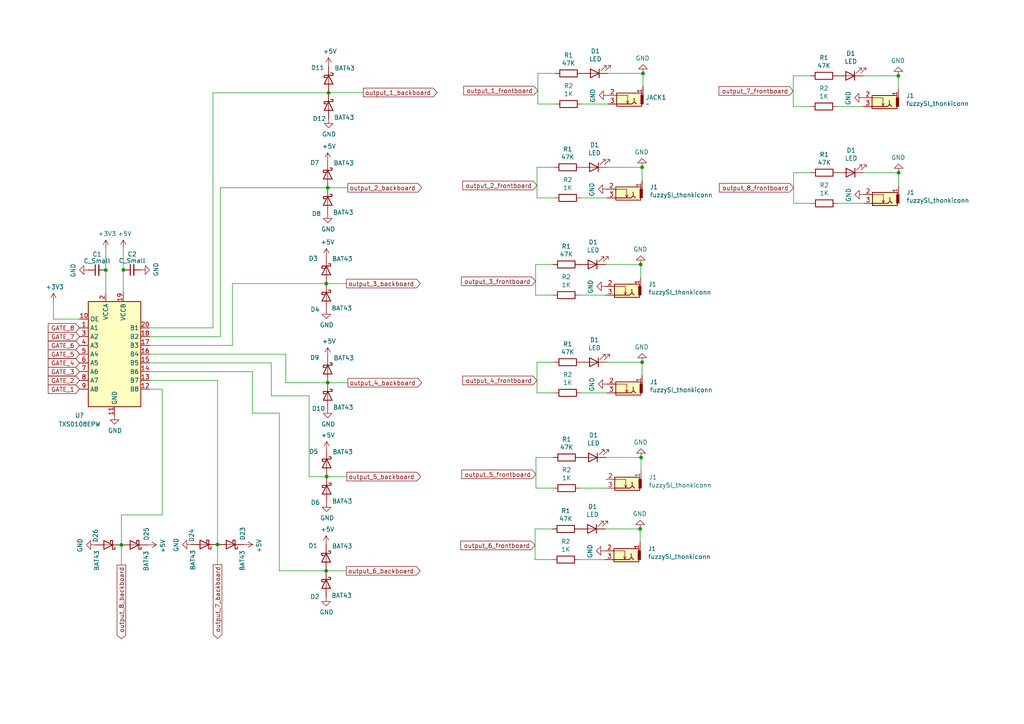
<source format=kicad_sch>
(kicad_sch (version 20230121) (generator eeschema)
  (paper "A4")
  (lib_symbols
    (symbol "Device:C_Small" (pin_numbers hide) (pin_names (offset 0.254) hide)
      (property "Reference" "C" (at 0.254 1.778 0))
      (property "Value" "C_Small" (at 0.254 -2.032 0))
      (symbol "C_Small_0_1"
        (polyline (pts (xy -1.524 -0.508) (xy 1.524 -0.508)) (stroke (width 0.3302)))
        (polyline (pts (xy -1.524 0.508) (xy 1.524 0.508)) (stroke (width 0.3048)))
      )
      (symbol "C_Small_1_1"
        (pin passive line (at 0 2.54 270) (length 2.032) (name "~") (number "1"))
        (pin passive line (at 0 -2.54 90) (length 2.032) (name "~") (number "2"))
      )
    )
    (symbol "Device:LED" (pin_numbers hide) (pin_names (offset 1.016) hide)
      (property "Reference" "D" (at 0 2.54 0))
      (property "Value" "LED" (at 0 -2.54 0))
      (symbol "LED_0_1"
        (polyline (pts (xy -1.27 -1.27) (xy -1.27 1.27)) (stroke (width 0.254)))
        (polyline (pts (xy -1.27 0) (xy 1.27 0)))
        (polyline (pts (xy 1.27 -1.27) (xy 1.27 1.27) (xy -1.27 0) (xy 1.27 -1.27)) (stroke (width 0.254)))
        (polyline (pts (xy -3.048 -0.762) (xy -4.572 -2.286) (xy -3.81 -2.286) (xy -4.572 -2.286) (xy -4.572 -1.524)))
        (polyline (pts (xy -1.778 -0.762) (xy -3.302 -2.286) (xy -2.54 -2.286) (xy -3.302 -2.286) (xy -3.302 -1.524)))
      )
      (symbol "LED_1_1"
        (pin passive line (at -3.81 0 0) (length 2.54) (name "K") (number "1"))
        (pin passive line (at 3.81 0 180) (length 2.54) (name "A") (number "2"))
      )
    )
    (symbol "Device:R" (pin_numbers hide) (pin_names (offset 0))
      (property "Reference" "R" (at 2.032 0 90))
      (property "Value" "R" (at 0 0 90))
      (symbol "R_0_1"
        (rectangle (start -1.016 -2.54) (end 1.016 2.54) (stroke (width 0.254)))
      )
      (symbol "R_1_1"
        (pin passive line (at 0 3.81 270) (length 1.27) (name "~") (number "1"))
        (pin passive line (at 0 -3.81 90) (length 1.27) (name "~") (number "2"))
      )
    )
    (symbol "Diode:BAT85" (pin_numbers hide) (pin_names (offset 1.016) hide)
      (property "Reference" "D" (at 0 2.54 0))
      (property "Value" "BAT85" (at 0 -2.54 0))
      (symbol "BAT85_0_1"
        (polyline (pts (xy 1.27 0) (xy -1.27 0)))
        (polyline (pts (xy 1.27 1.27) (xy 1.27 -1.27) (xy -1.27 0) (xy 1.27 1.27)) (stroke (width 0.254)))
        (polyline (pts (xy -1.905 0.635) (xy -1.905 1.27) (xy -1.27 1.27) (xy -1.27 -1.27) (xy -0.635 -1.27) (xy -0.635 -0.635)) (stroke (width 0.254)))
      )
      (symbol "BAT85_1_1"
        (pin passive line (at -3.81 0 0) (length 2.54) (name "K") (number "1"))
        (pin passive line (at 3.81 0 180) (length 2.54) (name "A") (number "2"))
      )
    )
    (symbol "Logic_LevelTranslator:TXS0108EPW"
      (property "Reference" "U" (at -6.35 16.51 0))
      (property "Value" "TXS0108EPW" (at 3.81 16.51 0))
      (symbol "TXS0108EPW_0_1"
        (rectangle (start -7.62 15.24) (end 7.62 -15.24) (stroke (width 0.254)) (fill (type background)))
      )
      (symbol "TXS0108EPW_1_1"
        (pin bidirectional line (at -10.16 7.62 0) (length 2.54) (name "A1") (number "1"))
        (pin input line (at -10.16 10.16 0) (length 2.54) (name "OE") (number "10"))
        (pin power_in line (at 0 -17.78 90) (length 2.54) (name "GND") (number "11"))
        (pin bidirectional line (at 10.16 -10.16 180) (length 2.54) (name "B8") (number "12"))
        (pin bidirectional line (at 10.16 -7.62 180) (length 2.54) (name "B7") (number "13"))
        (pin bidirectional line (at 10.16 -5.08 180) (length 2.54) (name "B6") (number "14"))
        (pin bidirectional line (at 10.16 -2.54 180) (length 2.54) (name "B5") (number "15"))
        (pin bidirectional line (at 10.16 0 180) (length 2.54) (name "B4") (number "16"))
        (pin bidirectional line (at 10.16 2.54 180) (length 2.54) (name "B3") (number "17"))
        (pin bidirectional line (at 10.16 5.08 180) (length 2.54) (name "B2") (number "18"))
        (pin power_in line (at 2.54 17.78 270) (length 2.54) (name "VCCB") (number "19"))
        (pin power_in line (at -2.54 17.78 270) (length 2.54) (name "VCCA") (number "2"))
        (pin bidirectional line (at 10.16 7.62 180) (length 2.54) (name "B1") (number "20"))
        (pin bidirectional line (at -10.16 5.08 0) (length 2.54) (name "A2") (number "3"))
        (pin bidirectional line (at -10.16 2.54 0) (length 2.54) (name "A3") (number "4"))
        (pin bidirectional line (at -10.16 0 0) (length 2.54) (name "A4") (number "5"))
        (pin bidirectional line (at -10.16 -2.54 0) (length 2.54) (name "A5") (number "6"))
        (pin bidirectional line (at -10.16 -5.08 0) (length 2.54) (name "A6") (number "7"))
        (pin bidirectional line (at -10.16 -7.62 0) (length 2.54) (name "A7") (number "8"))
        (pin bidirectional line (at -10.16 -10.16 0) (length 2.54) (name "A8") (number "9"))
      )
    )
    (symbol "power:+3V3" (power) (pin_names (offset 0))
      (property "Value" "+3V3" (at 0 3.556 0))
      (symbol "+3V3_0_1"
        (polyline (pts (xy -0.762 1.27) (xy 0 2.54)))
        (polyline (pts (xy 0 0) (xy 0 2.54)))
        (polyline (pts (xy 0 2.54) (xy 0.762 1.27)))
      )
      (symbol "+3V3_1_1"
        (pin power_in line (at 0 0 90) (length 0) hide (name "+3V3") (number "1"))
      )
    )
    (symbol "power:+5V" (power) (pin_names (offset 0))
      (property "Value" "+5V" (at 0 3.556 0))
      (symbol "+5V_0_1"
        (polyline (pts (xy -0.762 1.27) (xy 0 2.54)))
        (polyline (pts (xy 0 0) (xy 0 2.54)))
        (polyline (pts (xy 0 2.54) (xy 0.762 1.27)))
      )
      (symbol "+5V_1_1"
        (pin power_in line (at 0 0 90) (length 0) hide (name "+5V") (number "1"))
      )
    )
    (symbol "power:GND" (power) (pin_names (offset 0))
      (property "Value" "GND" (at 0 -3.81 0))
      (symbol "GND_0_1"
        (polyline (pts (xy 0 0) (xy 0 -1.27) (xy 1.27 -1.27) (xy 0 -2.54) (xy -1.27 -1.27) (xy 0 -1.27)))
      )
      (symbol "GND_1_1"
        (pin power_in line (at 0 0 270) (length 0) hide (name "GND") (number "1"))
      )
    )
    (symbol "usb_midi_clocker circuits-rescue:fuzzySI_thonkiconn-thonkiconn_jackSocket_fuzzySi" (pin_names (offset 1.016))
      (property "Reference" "J" (at -1.27 4.445 0))
      (property "Value" "thonkiconn_jackSocket_fuzzySi_fuzzySI_thonkiconn" (at 4.318 -1.778 0))
      (symbol "fuzzySI_thonkiconn-thonkiconn_jackSocket_fuzzySi_0_0"
        (text "1" (at -2.54 1.27 0) (effects (font (size 0.762 0.762))))
      )
      (symbol "fuzzySI_thonkiconn-thonkiconn_jackSocket_fuzzySi_0_1"
        (rectangle (start -4.699 3.175) (end 2.54 -0.635) (stroke (width 0.254)) (fill (type background)))
        (rectangle (start -4.445 0) (end -5.207 2.54) (fill (type outline)))
        (polyline (pts (xy -0.635 2.413) (xy -0.254 1.651)))
        (polyline (pts (xy 2.54 0) (xy -0.635 0) (xy -0.635 2.413) (xy -1.016 1.651)))
        (polyline (pts (xy 2.54 2.54) (xy -1.905 2.54) (xy -2.54 1.905) (xy -3.175 2.54)) (stroke (width 0.254)))
      )
      (symbol "fuzzySI_thonkiconn-thonkiconn_jackSocket_fuzzySi_1_1"
        (pin passive line (at -5.08 -2.54 90) (length 2.54) (name "~") (number "1"))
        (pin passive line (at 5.08 0 180) (length 2.54) (name "~") (number "2"))
        (pin passive line (at 5.08 2.54 180) (length 2.54) (name "~") (number "3"))
      )
    )
  )
  (junction (at 30.6832 78.3336))
  (junction (at 186.2328 48.514))
  (junction (at 94.6404 82.2452))
  (junction (at 260.6548 50.0888))
  (junction (at 35.2044 158.0388))
  (junction (at 185.928 132.6896))
  (junction (at 185.8264 76.708))
  (junction (at 94.742 138.2268))
  (junction (at 186.2328 105.0544))
  (junction (at 63.0936 157.9372))
  (junction (at 186.4868 21.2852))
  (junction (at 95.3008 26.924))
  (junction (at 185.674 153.416))
  (junction (at 94.5896 165.5572))
  (junction (at 95.0468 110.998))
  (junction (at 95.0468 54.4576))
  (junction (at 260.5532 21.9964))
  (junction (at 35.7632 78.2828))
  (wire (pts (xy 185.674 153.416) (xy 175.514 153.416)))
  (wire (pts (xy 185.674 157.226) (xy 185.674 153.416)))
  (wire (pts (xy 73.2028 107.7976) (xy 43.3832 107.7976)))
  (wire (pts (xy 67.4116 82.2452) (xy 94.6404 82.2452)))
  (wire (pts (xy 185.928 136.4996) (xy 185.928 132.6896)))
  (wire (pts (xy 155.448 141.5796) (xy 160.528 141.5796)))
  (wire (pts (xy 95.0468 54.4576) (xy 100.8888 54.4576)))
  (wire (pts (xy 82.9056 110.998) (xy 82.9056 102.7176)))
  (wire (pts (xy 78.6892 114.808) (xy 78.6892 105.2576)))
  (wire (pts (xy 94.5896 165.5572) (xy 100.4316 165.5572)))
  (wire (pts (xy 160.8328 105.0544) (xy 155.7528 105.0544)))
  (wire (pts (xy 260.6548 50.0888) (xy 250.4948 50.0888)))
  (wire (pts (xy 155.7528 105.0544) (xy 155.7528 113.9444)))
  (wire (pts (xy 95.0468 110.998) (xy 100.8888 110.998)))
  (wire (pts (xy 155.7528 48.514) (xy 155.7528 57.404)))
  (wire (pts (xy 15.494 92.5576) (xy 15.494 87.63)))
  (wire (pts (xy 155.7528 57.404) (xy 160.8328 57.404)))
  (wire (pts (xy 186.2328 48.514) (xy 176.0728 48.514)))
  (wire (pts (xy 105.3592 26.8224) (xy 95.3008 26.8224)))
  (wire (pts (xy 43.3832 110.3376) (xy 63.0936 110.3376)))
  (wire (pts (xy 160.274 153.416) (xy 155.194 153.416)))
  (wire (pts (xy 81.026 165.5572) (xy 94.5896 165.5572)))
  (wire (pts (xy 63.9064 54.4576) (xy 63.9064 97.6376)))
  (wire (pts (xy 43.3832 100.1776) (xy 67.4116 100.1776)))
  (wire (pts (xy 186.2328 52.324) (xy 186.2328 48.514)))
  (wire (pts (xy 82.9056 110.998) (xy 95.0468 110.998)))
  (wire (pts (xy 235.1532 21.9964) (xy 230.0732 21.9964)))
  (wire (pts (xy 30.6832 78.3336) (xy 30.6832 84.9376)))
  (wire (pts (xy 260.5532 25.8064) (xy 260.5532 21.9964)))
  (wire (pts (xy 260.6548 53.8988) (xy 260.6548 50.0888)))
  (wire (pts (xy 61.7728 26.924) (xy 95.3008 26.924)))
  (wire (pts (xy 156.0068 30.1752) (xy 161.0868 30.1752)))
  (wire (pts (xy 176.3268 30.1752) (xy 168.7068 30.1752)))
  (wire (pts (xy 160.8328 48.514) (xy 155.7528 48.514)))
  (wire (pts (xy 175.514 162.306) (xy 167.894 162.306)))
  (wire (pts (xy 94.6404 82.2452) (xy 100.4824 82.2452)))
  (wire (pts (xy 155.194 162.306) (xy 160.274 162.306)))
  (wire (pts (xy 95.3008 26.8224) (xy 95.3008 26.924)))
  (wire (pts (xy 161.0868 21.2852) (xy 156.0068 21.2852)))
  (wire (pts (xy 155.3464 85.598) (xy 160.4264 85.598)))
  (wire (pts (xy 89.662 138.2268) (xy 89.662 114.808)))
  (wire (pts (xy 47.0408 112.8776) (xy 47.0408 149.352)))
  (wire (pts (xy 260.5532 21.9964) (xy 250.3932 21.9964)))
  (wire (pts (xy 230.1748 58.9788) (xy 235.2548 58.9788)))
  (wire (pts (xy 155.194 153.416) (xy 155.194 162.306)))
  (wire (pts (xy 185.928 132.6896) (xy 175.768 132.6896)))
  (wire (pts (xy 230.0732 30.8864) (xy 235.1532 30.8864)))
  (wire (pts (xy 230.1748 50.0888) (xy 230.1748 58.9788)))
  (wire (pts (xy 160.528 132.6896) (xy 155.448 132.6896)))
  (wire (pts (xy 63.9064 97.6376) (xy 43.3832 97.6376)))
  (wire (pts (xy 155.3464 76.708) (xy 155.3464 85.598)))
  (wire (pts (xy 160.4264 76.708) (xy 155.3464 76.708)))
  (wire (pts (xy 63.9064 54.4576) (xy 95.0468 54.4576)))
  (wire (pts (xy 89.662 138.2268) (xy 94.742 138.2268)))
  (wire (pts (xy 78.6892 105.2576) (xy 43.3832 105.2576)))
  (wire (pts (xy 35.7632 72.1868) (xy 35.7632 78.2828)))
  (wire (pts (xy 94.742 138.2268) (xy 100.584 138.2268)))
  (wire (pts (xy 63.0936 110.3376) (xy 63.0936 157.9372)))
  (wire (pts (xy 43.3832 95.0976) (xy 61.7728 95.0976)))
  (wire (pts (xy 186.2328 105.0544) (xy 176.0728 105.0544)))
  (wire (pts (xy 175.6664 85.598) (xy 168.0464 85.598)))
  (wire (pts (xy 156.0068 21.2852) (xy 156.0068 30.1752)))
  (wire (pts (xy 30.6832 72.1868) (xy 30.6832 78.3336)))
  (wire (pts (xy 155.448 132.6896) (xy 155.448 141.5796)))
  (wire (pts (xy 67.4116 100.1776) (xy 67.4116 82.2452)))
  (wire (pts (xy 61.7728 95.0976) (xy 61.7728 26.924)))
  (wire (pts (xy 175.768 141.5796) (xy 168.148 141.5796)))
  (wire (pts (xy 23.0632 92.5576) (xy 15.494 92.5576)))
  (wire (pts (xy 35.7632 78.2828) (xy 35.7632 84.9376)))
  (wire (pts (xy 81.026 165.5572) (xy 81.026 119.8372)))
  (wire (pts (xy 186.4868 25.0952) (xy 186.4868 21.2852)))
  (wire (pts (xy 250.3932 30.8864) (xy 242.7732 30.8864)))
  (wire (pts (xy 47.0408 149.352) (xy 35.2044 149.352)))
  (wire (pts (xy 230.0732 21.9964) (xy 230.0732 30.8864)))
  (wire (pts (xy 176.0728 113.9444) (xy 168.4528 113.9444)))
  (wire (pts (xy 73.2028 119.8372) (xy 73.2028 107.7976)))
  (wire (pts (xy 185.8264 76.708) (xy 175.6664 76.708)))
  (wire (pts (xy 176.0728 57.404) (xy 168.4528 57.404)))
  (wire (pts (xy 235.2548 50.0888) (xy 230.1748 50.0888)))
  (wire (pts (xy 186.2328 108.8644) (xy 186.2328 105.0544)))
  (wire (pts (xy 81.026 119.8372) (xy 73.2028 119.8372)))
  (wire (pts (xy 155.7528 113.9444) (xy 160.8328 113.9444)))
  (wire (pts (xy 43.3832 112.8776) (xy 47.0408 112.8776)))
  (wire (pts (xy 43.3832 102.7176) (xy 82.9056 102.7176)))
  (wire (pts (xy 63.0936 157.9372) (xy 63.0936 163.7792)))
  (wire (pts (xy 186.4868 21.2852) (xy 176.3268 21.2852)))
  (wire (pts (xy 185.8264 80.518) (xy 185.8264 76.708)))
  (wire (pts (xy 35.2044 158.0388) (xy 35.2044 163.8808)))
  (wire (pts (xy 35.2044 149.352) (xy 35.2044 158.0388)))
  (wire (pts (xy 89.662 114.808) (xy 78.6892 114.808)))
  (wire (pts (xy 250.4948 58.9788) (xy 242.8748 58.9788)))
  (global_label "output_1_frontboard" (shape input) (at 156.0068 26.2636 180) (property "Intersheetrefs" "${INTERSHEET_REFS}" (effects hide)))
  (global_label "output_1_backboard" (shape output) (at 105.3592 26.8224 0) (property "Intersheetrefs" "${INTERSHEET_REFS}" (effects hide)))
  (global_label "GATE_4" (shape input) (at 23.0632 105.2576 180) (property "Intersheetrefs" "${INTERSHEET_REFS}" (effects hide)))
  (global_label "output_2_backboard" (shape output) (at 100.8888 54.4576 0) (property "Intersheetrefs" "${INTERSHEET_REFS}" (effects hide)))
  (global_label "output_3_backboard" (shape output) (at 100.4824 82.2452 0) (property "Intersheetrefs" "${INTERSHEET_REFS}" (effects hide)))
  (global_label "GATE_8" (shape input) (at 23.0632 95.0976 180) (property "Intersheetrefs" "${INTERSHEET_REFS}" (effects hide)))
  (global_label "output_2_frontboard" (shape input) (at 155.7528 53.7972 180) (property "Intersheetrefs" "${INTERSHEET_REFS}" (effects hide)))
  (global_label "output_8_backboard" (shape output) (at 35.2044 163.8808 270) (property "Intersheetrefs" "${INTERSHEET_REFS}" (effects hide)))
  (global_label "output_5_backboard" (shape output) (at 100.584 138.2268 0) (property "Intersheetrefs" "${INTERSHEET_REFS}" (effects hide)))
  (global_label "output_6_frontboard" (shape input) (at 155.194 158.1912 180) (property "Intersheetrefs" "${INTERSHEET_REFS}" (effects hide)))
  (global_label "output_7_backboard" (shape output) (at 63.0936 163.7792 270) (property "Intersheetrefs" "${INTERSHEET_REFS}" (effects hide)))
  (global_label "GATE_6" (shape input) (at 23.0632 100.1776 180) (property "Intersheetrefs" "${INTERSHEET_REFS}" (effects hide)))
  (global_label "output_5_frontboard" (shape input) (at 155.448 137.5664 180) (property "Intersheetrefs" "${INTERSHEET_REFS}" (effects hide)))
  (global_label "output_7_frontboard" (shape input) (at 230.0732 26.3652 180) (property "Intersheetrefs" "${INTERSHEET_REFS}" (effects hide)))
  (global_label "GATE_1" (shape input) (at 23.0632 112.8776 180) (property "Intersheetrefs" "${INTERSHEET_REFS}" (effects hide)))
  (global_label "GATE_3" (shape input) (at 23.0632 107.7976 180) (property "Intersheetrefs" "${INTERSHEET_REFS}" (effects hide)))
  (global_label "output_4_frontboard" (shape input) (at 155.7528 110.3376 180) (property "Intersheetrefs" "${INTERSHEET_REFS}" (effects hide)))
  (global_label "output_6_backboard" (shape output) (at 100.4316 165.5572 0) (property "Intersheetrefs" "${INTERSHEET_REFS}" (effects hide)))
  (global_label "GATE_7" (shape input) (at 23.0632 97.6376 180) (property "Intersheetrefs" "${INTERSHEET_REFS}" (effects hide)))
  (global_label "output_8_frontboard" (shape input) (at 230.1748 54.4576 180) (property "Intersheetrefs" "${INTERSHEET_REFS}" (effects hide)))
  (global_label "output_4_backboard" (shape output) (at 100.8888 110.998 0) (property "Intersheetrefs" "${INTERSHEET_REFS}" (effects hide)))
  (global_label "GATE_5" (shape input) (at 23.0632 102.7176 180) (property "Intersheetrefs" "${INTERSHEET_REFS}" (effects hide)))
  (global_label "GATE_2" (shape input) (at 23.0632 110.3376 180) (property "Intersheetrefs" "${INTERSHEET_REFS}" (effects hide)))
  (global_label "output_3_frontboard" (shape input) (at 155.3464 81.5848 180) (property "Intersheetrefs" "${INTERSHEET_REFS}" (effects hide)))
  (symbol (lib_id "usb_midi_clocker circuits-rescue:fuzzySI_thonkiconn-thonkiconn_jackSocket_fuzzySi") (at 180.7464 83.058 180) (unit 1)
    (property "Reference" "J1" (at 188.0616 82.4484 0) (effects (justify right)))
    (property "Value" "fuzzySI_thonkiconn" (at 188.0616 84.7598 0) (effects (justify right)))
    (property "Footprint" "doctea:Thonkiconn Renumbered" (effects hide))
    (instances (project "usb_midi_clocker circuits" (path "" (reference "J1") (unit 1)) (path "" (reference "JACK3") (unit 1))) (project "expander_gate_output" (path "" (reference "JACK3") (unit 1)) (path "" (reference "JACK3") (unit 1))))
  )
  (symbol (lib_id "Device:R") (at 164.8968 30.1752 270) (unit 1)
    (property "Reference" "R2" (at 164.8968 24.9174 90))
    (property "Value" "1K" (at 164.8968 27.2288 90))
    (property "Footprint" "Resistor_SMD:R_0805_2012Metric_Pad1.20x1.40mm_HandSolder" (effects hide))
    (instances (project "usb_midi_clocker circuits" (path "" (reference "R2") (unit 1)) (path "" (reference "R2") (unit 1))) (project "expander_gate_output" (path "" (reference "R2") (unit 1)) (path "" (reference "R12") (unit 1))))
  )
  (symbol (lib_id "power:+5V") (at 94.6404 74.6252 0) (unit 1)
    (property "Reference" "#PWR?" (effects hide))
    (property "Value" "+5V" (at 95.0214 70.231 0))
    (instances (project "usb_midi_clocker circuits" (path "" (reference "#PWR?") (unit 1)) (path "" (reference "#PWR040") (unit 1))) (project "expander_gate_output" (path "" (reference "#PWR06") (unit 1)) (path "" (reference "#PWR06") (unit 1))))
  )
  (symbol (lib_id "Diode:BAT85") (at 95.0468 114.808 270) (unit 1)
    (property "Reference" "D10" (at 90.424 118.5164 90) (effects (justify left)))
    (property "Value" "BAT43" (at 96.5708 118.1608 90) (effects (justify left)))
    (property "Footprint" "Diode_SMD:D_0805_2012Metric_Pad1.15x1.40mm_HandSolder" (effects hide))
  )
  (symbol (lib_id "Diode:BAT85") (at 59.2836 157.9372 180) (unit 1)
    (property "Reference" "D24" (at 55.5752 153.3144 90) (effects (justify left)))
    (property "Value" "BAT43" (at 55.9308 159.4612 90) (effects (justify left)))
    (property "Footprint" "Diode_SMD:D_0805_2012Metric_Pad1.15x1.40mm_HandSolder" (effects hide))
    (instances (project "expander_gate_output" (path "" (reference "D24") (unit 1)) (path "" (reference "D14") (unit 1))))
  )
  (symbol (lib_id "Device:R") (at 238.9632 21.9964 270) (unit 1)
    (property "Reference" "R1" (at 238.9632 16.7386 90))
    (property "Value" "47K" (at 238.9632 19.05 90))
    (property "Footprint" "Resistor_SMD:R_0805_2012Metric_Pad1.20x1.40mm_HandSolder" (effects hide))
    (instances (project "usb_midi_clocker circuits" (path "" (reference "R1") (unit 1)) (path "" (reference "R13") (unit 1))) (project "expander_gate_output" (path "" (reference "R13") (unit 1)) (path "" (reference "R13") (unit 1))))
  )
  (symbol (lib_id "Device:C_Small") (at 38.3032 78.2828 90) (unit 1)
    (property "Reference" "C2" (at 38.3095 73.7108 90))
    (property "Value" "C_Small" (at 38.3095 75.6318 90))
    (property "Footprint" "Capacitor_SMD:C_0805_2012Metric" (effects hide))
  )
  (symbol (lib_id "power:GND") (at 185.8264 76.708 180) (unit 1)
    (property "Reference" "#PWR0101" (effects hide))
    (property "Value" "GND" (at 185.6994 72.3138 0))
    (instances (project "usb_midi_clocker circuits" (path "" (reference "#PWR0101") (unit 1)) (path "" (reference "#PWR023") (unit 1))) (project "expander_gate_output" (path "" (reference "#PWR06") (unit 1)) (path "" (reference "#PWR039") (unit 1))))
  )
  (symbol (lib_id "Device:LED") (at 172.2628 48.514 180) (unit 1)
    (property "Reference" "D1" (at 172.4406 42.037 0))
    (property "Value" "LED" (at 172.4406 44.3484 0))
    (property "Footprint" "LED_THT:LED_D3.0mm" (effects hide))
    (instances (project "usb_midi_clocker circuits" (path "" (reference "D1") (unit 1)) (path "" (reference "D2") (unit 1))) (project "expander_gate_output" (path "" (reference "D2") (unit 1)) (path "" (reference "D20") (unit 1))))
  )
  (symbol (lib_id "Diode:BAT85") (at 94.6404 78.4352 270) (unit 1)
    (property "Reference" "D3" (at 89.5096 74.9808 90) (effects (justify left)))
    (property "Value" "BAT43" (at 96.3168 75.0824 90) (effects (justify left)))
    (property "Footprint" "Diode_SMD:D_0805_2012Metric_Pad1.15x1.40mm_HandSolder" (effects hide))
  )
  (symbol (lib_id "power:GND") (at 185.928 132.6896 180) (unit 1)
    (property "Reference" "#PWR0101" (effects hide))
    (property "Value" "GND" (at 185.801 128.2954 0))
    (instances (project "usb_midi_clocker circuits" (path "" (reference "#PWR0101") (unit 1)) (path "" (reference "#PWR033") (unit 1))) (project "expander_gate_output" (path "" (reference "#PWR011") (unit 1)) (path "" (reference "#PWR040") (unit 1))))
  )
  (symbol (lib_id "Device:R") (at 164.2364 76.708 270) (unit 1)
    (property "Reference" "R1" (at 164.2364 71.4502 90))
    (property "Value" "47K" (at 164.2364 73.7616 90))
    (property "Footprint" "Resistor_SMD:R_0805_2012Metric_Pad1.20x1.40mm_HandSolder" (effects hide))
    (instances (project "usb_midi_clocker circuits" (path "" (reference "R1") (unit 1)) (path "" (reference "R5") (unit 1))) (project "expander_gate_output" (path "" (reference "R5") (unit 1)) (path "" (reference "R3") (unit 1))))
  )
  (symbol (lib_id "Device:LED") (at 246.5832 21.9964 180) (unit 1)
    (property "Reference" "D1" (at 246.761 15.5194 0))
    (property "Value" "LED" (at 246.761 17.8308 0))
    (property "Footprint" "LED_THT:LED_D3.0mm" (effects hide))
    (instances (project "usb_midi_clocker circuits" (path "" (reference "D1") (unit 1)) (path "" (reference "D7") (unit 1))) (project "expander_gate_output" (path "" (reference "D7") (unit 1)) (path "" (reference "D23") (unit 1))))
  )
  (symbol (lib_id "Diode:BAT85") (at 31.3944 158.0388 180) (unit 1)
    (property "Reference" "D26" (at 27.686 153.416 90) (effects (justify left)))
    (property "Value" "BAT43" (at 28.0416 159.5628 90) (effects (justify left)))
    (property "Footprint" "Diode_SMD:D_0805_2012Metric_Pad1.15x1.40mm_HandSolder" (effects hide))
    (instances (project "expander_gate_output" (path "" (reference "D26") (unit 1)) (path "" (reference "D16") (unit 1))))
  )
  (symbol (lib_id "power:GND") (at 186.2328 105.0544 180) (unit 1)
    (property "Reference" "#PWR0101" (effects hide))
    (property "Value" "GND" (at 186.1058 100.6602 0))
    (instances (project "usb_midi_clocker circuits" (path "" (reference "#PWR0101") (unit 1)) (path "" (reference "#PWR024") (unit 1))) (project "expander_gate_output" (path "" (reference "#PWR07") (unit 1)) (path "" (reference "#PWR068") (unit 1))))
  )
  (symbol (lib_id "Device:LED") (at 171.958 132.6896 180) (unit 1)
    (property "Reference" "D1" (at 172.1358 126.2126 0))
    (property "Value" "LED" (at 172.1358 128.524 0))
    (property "Footprint" "LED_THT:LED_D3.0mm" (effects hide))
    (instances (project "usb_midi_clocker circuits" (path "" (reference "D1") (unit 1)) (path "" (reference "D5") (unit 1))) (project "expander_gate_output" (path "" (reference "D5") (unit 1)) (path "" (reference "D19") (unit 1))))
  )
  (symbol (lib_id "usb_midi_clocker circuits-rescue:fuzzySI_thonkiconn-thonkiconn_jackSocket_fuzzySi") (at 255.5748 56.4388 180) (unit 1)
    (property "Reference" "J1" (at 262.89 55.8292 0) (effects (justify right)))
    (property "Value" "fuzzySI_thonkiconn" (at 262.89 58.1406 0) (effects (justify right)))
    (property "Footprint" "doctea:Thonkiconn Renumbered" (effects hide))
    (instances (project "usb_midi_clocker circuits" (path "" (reference "J1") (unit 1)) (path "" (reference "JACK8") (unit 1))) (project "expander_gate_output" (path "" (reference "JACK8") (unit 1)) (path "" (reference "JACK8") (unit 1))))
  )
  (symbol (lib_id "usb_midi_clocker circuits-rescue:fuzzySI_thonkiconn-thonkiconn_jackSocket_fuzzySi") (at 255.4732 28.3464 180) (unit 1)
    (property "Reference" "J1" (at 262.7884 27.7368 0) (effects (justify right)))
    (property "Value" "fuzzySI_thonkiconn" (at 262.7884 30.0482 0) (effects (justify right)))
    (property "Footprint" "doctea:Thonkiconn Renumbered" (effects hide))
    (instances (project "usb_midi_clocker circuits" (path "" (reference "J1") (unit 1)) (path "" (reference "JACK7") (unit 1))) (project "expander_gate_output" (path "" (reference "JACK7") (unit 1)) (path "" (reference "JACK7") (unit 1))))
  )
  (symbol (lib_id "power:GND") (at 25.6032 78.3336 270) (unit 1)
    (property "Reference" "#PWR?" (effects hide))
    (property "Value" "GND" (at 21.209 78.4606 0))
    (instances (project "usb_midi_clocker circuits" (path "" (reference "#PWR?") (unit 1)) (path "" (reference "#PWR027") (unit 1))) (project "expander_gate_output" (path "" (reference "#PWR016") (unit 1)) (path "" (reference "#PWR08") (unit 1))))
  )
  (symbol (lib_id "usb_midi_clocker circuits-rescue:fuzzySI_thonkiconn-thonkiconn_jackSocket_fuzzySi") (at 180.848 139.0396 180) (unit 1)
    (property "Reference" "J1" (at 188.1632 138.43 0) (effects (justify right)))
    (property "Value" "fuzzySI_thonkiconn" (at 188.1632 140.7414 0) (effects (justify right)))
    (property "Footprint" "doctea:Thonkiconn Renumbered" (effects hide))
    (instances (project "usb_midi_clocker circuits" (path "" (reference "J1") (unit 1)) (path "" (reference "JACK5") (unit 1))) (project "expander_gate_output" (path "" (reference "JACK5") (unit 1)) (path "" (reference "JACK5") (unit 1))))
  )
  (symbol (lib_id "Logic_LevelTranslator:TXS0108EPW") (at 33.2232 102.7176 0) (unit 1)
    (property "Reference" "U?" (at 23.0632 120.4976 0))
    (property "Value" "TXS0108EPW" (at 23.0632 123.0376 0))
    (property "Footprint" "Package_SO:TSSOP-20_4.4x6.5mm_P0.65mm" (effects hide))
    (property "Datasheet" "www.ti.com/lit/ds/symlink/txs0108e.pdf" (effects hide))
    (instances (project "usb_midi_clocker circuits" (path "" (reference "U?") (unit 1)) (path "" (reference "U3") (unit 1))) (project "expander_gate_output" (path "" (reference "U1") (unit 1)) (path "" (reference "U1") (unit 1))))
  )
  (symbol (lib_id "power:+5V") (at 94.5896 157.9372 0) (unit 1)
    (property "Reference" "#PWR?" (effects hide))
    (property "Value" "+5V" (at 94.9706 153.543 0))
    (instances (project "usb_midi_clocker circuits" (path "" (reference "#PWR?") (unit 1)) (path "" (reference "#PWR040") (unit 1))) (project "expander_gate_output" (path "" (reference "#PWR04") (unit 1)) (path "" (reference "#PWR04") (unit 1))))
  )
  (symbol (lib_id "power:GND") (at 176.3268 27.6352 270) (unit 1)
    (property "Reference" "#PWR0101" (effects hide))
    (property "Value" "GND" (at 171.9326 27.7622 0))
    (instances (project "usb_midi_clocker circuits" (path "" (reference "#PWR0101") (unit 1)) (path "" (reference "#PWR016") (unit 1))) (project "expander_gate_output" (path "" (reference "#PWR04") (unit 1)) (path "" (reference "#PWR037") (unit 1))))
  )
  (symbol (lib_id "power:GND") (at 175.6664 83.058 270) (unit 1)
    (property "Reference" "#PWR0101" (effects hide))
    (property "Value" "GND" (at 171.2722 83.185 0))
    (instances (project "usb_midi_clocker circuits" (path "" (reference "#PWR0101") (unit 1)) (path "" (reference "#PWR016") (unit 1))) (project "expander_gate_output" (path "" (reference "#PWR04") (unit 1)) (path "" (reference "#PWR024") (unit 1))))
  )
  (symbol (lib_id "Device:R") (at 164.8968 21.2852 270) (unit 1)
    (property "Reference" "R1" (at 164.8968 16.0274 90))
    (property "Value" "47K" (at 164.8968 18.3388 90))
    (property "Footprint" "Resistor_SMD:R_0805_2012Metric_Pad1.20x1.40mm_HandSolder" (effects hide))
    (instances (project "usb_midi_clocker circuits" (path "" (reference "R1") (unit 1)) (path "" (reference "R1") (unit 1))) (project "expander_gate_output" (path "" (reference "R1") (unit 1)) (path "" (reference "R11") (unit 1))))
  )
  (symbol (lib_id "usb_midi_clocker circuits-rescue:fuzzySI_thonkiconn-thonkiconn_jackSocket_fuzzySi") (at 180.594 159.766 180) (unit 1)
    (property "Reference" "J1" (at 187.9092 159.1564 0) (effects (justify right)))
    (property "Value" "fuzzySI_thonkiconn" (at 187.9092 161.4678 0) (effects (justify right)))
    (property "Footprint" "doctea:Thonkiconn Renumbered" (effects hide))
    (instances (project "usb_midi_clocker circuits" (path "" (reference "J1") (unit 1)) (path "" (reference "JACK6") (unit 1))) (project "expander_gate_output" (path "" (reference "JACK6") (unit 1)) (path "" (reference "JACK6") (unit 1))))
  )
  (symbol (lib_id "power:GND") (at 40.8432 78.2828 90) (unit 1)
    (property "Reference" "#PWR?" (effects hide))
    (property "Value" "GND" (at 45.2374 78.1558 0))
    (instances (project "usb_midi_clocker circuits" (path "" (reference "#PWR?") (unit 1)) (path "" (reference "#PWR027") (unit 1))) (project "expander_gate_output" (path "" (reference "#PWR08") (unit 1)) (path "" (reference "#PWR016") (unit 1))))
  )
  (symbol (lib_id "power:GND") (at 95.3008 34.544 0) (unit 1)
    (property "Reference" "#PWR0101" (effects hide))
    (property "Value" "GND" (at 95.4278 38.9382 0))
    (instances (project "usb_midi_clocker circuits" (path "" (reference "#PWR0101") (unit 1)) (path "" (reference "#PWR016") (unit 1))) (project "expander_gate_output" (path "" (reference "#PWR036") (unit 1)) (path "" (reference "#PWR036") (unit 1))))
  )
  (symbol (lib_id "Diode:BAT85") (at 95.0468 107.188 270) (unit 1)
    (property "Reference" "D9" (at 89.916 103.7336 90) (effects (justify left)))
    (property "Value" "BAT43" (at 96.7232 103.8352 90) (effects (justify left)))
    (property "Footprint" "Diode_SMD:D_0805_2012Metric_Pad1.15x1.40mm_HandSolder" (effects hide))
  )
  (symbol (lib_id "Device:R") (at 164.2364 85.598 270) (unit 1)
    (property "Reference" "R2" (at 164.2364 80.3402 90))
    (property "Value" "1K" (at 164.2364 82.6516 90))
    (property "Footprint" "Resistor_SMD:R_0805_2012Metric_Pad1.20x1.40mm_HandSolder" (effects hide))
    (instances (project "usb_midi_clocker circuits" (path "" (reference "R2") (unit 1)) (path "" (reference "R6") (unit 1))) (project "expander_gate_output" (path "" (reference "R6") (unit 1)) (path "" (reference "R4") (unit 1))))
  )
  (symbol (lib_id "usb_midi_clocker circuits-rescue:fuzzySI_thonkiconn-thonkiconn_jackSocket_fuzzySi") (at 181.1528 54.864 180) (unit 1)
    (property "Reference" "J1" (at 188.468 54.2544 0) (effects (justify right)))
    (property "Value" "fuzzySI_thonkiconn" (at 188.468 56.5658 0) (effects (justify right)))
    (property "Footprint" "doctea:Thonkiconn Renumbered" (effects hide))
    (instances (project "usb_midi_clocker circuits" (path "" (reference "J1") (unit 1)) (path "" (reference "JACK2") (unit 1))) (project "expander_gate_output" (path "" (reference "JACK2") (unit 1)) (path "" (reference "JACK2") (unit 1))))
  )
  (symbol (lib_id "Diode:BAT85") (at 94.5896 161.7472 270) (unit 1)
    (property "Reference" "D1" (at 89.4588 158.2928 90) (effects (justify left)))
    (property "Value" "BAT43" (at 96.266 158.3944 90) (effects (justify left)))
    (property "Footprint" "Diode_SMD:D_0805_2012Metric_Pad1.15x1.40mm_HandSolder" (effects hide))
  )
  (symbol (lib_id "usb_midi_clocker circuits-rescue:fuzzySI_thonkiconn-thonkiconn_jackSocket_fuzzySi") (at 181.1528 111.4044 180) (unit 1)
    (property "Reference" "J1" (at 188.468 110.7948 0) (effects (justify right)))
    (property "Value" "fuzzySI_thonkiconn" (at 188.468 113.1062 0) (effects (justify right)))
    (property "Footprint" "doctea:Thonkiconn Renumbered" (effects hide))
    (instances (project "usb_midi_clocker circuits" (path "" (reference "J1") (unit 1)) (path "" (reference "JACK4") (unit 1))) (project "expander_gate_output" (path "" (reference "JACK4") (unit 1)) (path "" (reference "JACK4") (unit 1))))
  )
  (symbol (lib_id "power:+5V") (at 95.3008 19.304 0) (unit 1)
    (property "Reference" "#PWR?" (effects hide))
    (property "Value" "+5V" (at 95.6818 14.9098 0))
    (instances (project "usb_midi_clocker circuits" (path "" (reference "#PWR?") (unit 1)) (path "" (reference "#PWR040") (unit 1))) (project "expander_gate_output" (path "" (reference "#PWR035") (unit 1)) (path "" (reference "#PWR035") (unit 1))))
  )
  (symbol (lib_id "power:GND") (at 176.0728 111.4044 270) (unit 1)
    (property "Reference" "#PWR0101" (effects hide))
    (property "Value" "GND" (at 171.6786 111.5314 0))
    (instances (project "usb_midi_clocker circuits" (path "" (reference "#PWR0101") (unit 1)) (path "" (reference "#PWR016") (unit 1))) (project "expander_gate_output" (path "" (reference "#PWR04") (unit 1)) (path "" (reference "#PWR026") (unit 1))))
  )
  (symbol (lib_id "power:GND") (at 94.5896 173.1772 0) (unit 1)
    (property "Reference" "#PWR0101" (effects hide))
    (property "Value" "GND" (at 94.7166 177.5714 0))
    (instances (project "usb_midi_clocker circuits" (path "" (reference "#PWR0101") (unit 1)) (path "" (reference "#PWR016") (unit 1))) (project "expander_gate_output" (path "" (reference "#PWR05") (unit 1)) (path "" (reference "#PWR05") (unit 1))))
  )
  (symbol (lib_id "Device:C_Small") (at 28.1432 78.3336 90) (unit 1)
    (property "Reference" "C1" (at 28.1495 73.7616 90))
    (property "Value" "C_Small" (at 28.1495 75.6826 90))
    (property "Footprint" "Capacitor_SMD:C_0805_2012Metric" (effects hide))
  )
  (symbol (lib_id "power:+3V3") (at 15.494 87.63 0) (unit 1)
    (property "Reference" "#PWR?" (effects hide))
    (property "Value" "+3V3" (at 15.875 83.2358 0))
    (instances (project "usb_midi_clocker circuits" (path "" (reference "#PWR?") (unit 1)) (path "" (reference "#PWR026") (unit 1))) (project "expander_gate_output" (path "" (reference "#PWR09") (unit 1)) (path "" (reference "#PWR03") (unit 1))))
  )
  (symbol (lib_id "usb_midi_clocker circuits-rescue:fuzzySI_thonkiconn-thonkiconn_jackSocket_fuzzySi") (at 181.4068 27.6352 180) (unit 1)
    (property "Reference" "JACK1" (at 187.2488 28.2615 0) (effects (justify right)))
    (property "Value" "~" (at 187.2488 30.1825 0) (effects (justify right)))
    (property "Footprint" "doctea:Thonkiconn Renumbered" (effects hide))
  )
  (symbol (lib_id "Device:R") (at 164.6428 48.514 270) (unit 1)
    (property "Reference" "R1" (at 164.6428 43.2562 90))
    (property "Value" "47K" (at 164.6428 45.5676 90))
    (property "Footprint" "Resistor_SMD:R_0805_2012Metric_Pad1.20x1.40mm_HandSolder" (effects hide))
    (instances (project "usb_midi_clocker circuits" (path "" (reference "R1") (unit 1)) (path "" (reference "R3") (unit 1))) (project "expander_gate_output" (path "" (reference "R3") (unit 1)) (path "" (reference "R7") (unit 1))))
  )
  (symbol (lib_id "Device:R") (at 239.0648 58.9788 270) (unit 1)
    (property "Reference" "R2" (at 239.0648 53.721 90))
    (property "Value" "1K" (at 239.0648 56.0324 90))
    (property "Footprint" "Resistor_SMD:R_0805_2012Metric_Pad1.20x1.40mm_HandSolder" (effects hide))
    (instances (project "usb_midi_clocker circuits" (path "" (reference "R2") (unit 1)) (path "" (reference "R16") (unit 1))) (project "expander_gate_output" (path "" (reference "R16") (unit 1)) (path "" (reference "R16") (unit 1))))
  )
  (symbol (lib_id "Device:R") (at 164.338 141.5796 270) (unit 1)
    (property "Reference" "R2" (at 164.338 136.3218 90))
    (property "Value" "1K" (at 164.338 138.6332 90))
    (property "Footprint" "Resistor_SMD:R_0805_2012Metric_Pad1.20x1.40mm_HandSolder" (effects hide))
    (instances (project "usb_midi_clocker circuits" (path "" (reference "R2") (unit 1)) (path "" (reference "R10") (unit 1))) (project "expander_gate_output" (path "" (reference "R10") (unit 1)) (path "" (reference "R6") (unit 1))))
  )
  (symbol (lib_id "power:GND") (at 185.674 153.416 180) (unit 1)
    (property "Reference" "#PWR0101" (effects hide))
    (property "Value" "GND" (at 185.547 149.0218 0))
    (instances (project "usb_midi_clocker circuits" (path "" (reference "#PWR0101") (unit 1)) (path "" (reference "#PWR034") (unit 1))) (project "expander_gate_output" (path "" (reference "#PWR012") (unit 1)) (path "" (reference "#PWR038") (unit 1))))
  )
  (symbol (lib_id "power:+5V") (at 42.8244 158.0388 270) (unit 1)
    (property "Reference" "#PWR?" (effects hide))
    (property "Value" "+5V" (at 47.2186 158.4198 0))
    (instances (project "usb_midi_clocker circuits" (path "" (reference "#PWR?") (unit 1)) (path "" (reference "#PWR040") (unit 1))) (project "expander_gate_output" (path "" (reference "#PWR039") (unit 1)) (path "" (reference "#PWR033") (unit 1))))
  )
  (symbol (lib_id "power:GND") (at 95.0468 118.618 0) (unit 1)
    (property "Reference" "#PWR0101" (effects hide))
    (property "Value" "GND" (at 95.1738 123.0122 0))
    (instances (project "usb_midi_clocker circuits" (path "" (reference "#PWR0101") (unit 1)) (path "" (reference "#PWR016") (unit 1))) (project "expander_gate_output" (path "" (reference "#PWR032") (unit 1)) (path "" (reference "#PWR032") (unit 1))))
  )
  (symbol (lib_id "power:+5V") (at 35.7632 72.1868 0) (unit 1)
    (property "Reference" "#PWR?" (effects hide))
    (property "Value" "+5V" (at 36.1442 67.7926 0))
    (instances (project "usb_midi_clocker circuits" (path "" (reference "#PWR?") (unit 1)) (path "" (reference "#PWR040") (unit 1))) (project "expander_gate_output" (path "" (reference "#PWR015") (unit 1)) (path "" (reference "#PWR015") (unit 1))))
  )
  (symbol (lib_id "power:+3V3") (at 30.6832 72.1868 0) (unit 1)
    (property "Reference" "#PWR?" (effects hide))
    (property "Value" "+3V3" (at 31.0642 67.7926 0))
    (instances (project "usb_midi_clocker circuits" (path "" (reference "#PWR?") (unit 1)) (path "" (reference "#PWR026") (unit 1))) (project "expander_gate_output" (path "" (reference "#PWR09") (unit 1)) (path "" (reference "#PWR09") (unit 1))))
  )
  (symbol (lib_id "power:GND") (at 250.4948 56.4388 270) (unit 1)
    (property "Reference" "#PWR0101" (effects hide))
    (property "Value" "GND" (at 246.1006 56.5658 0))
    (instances (project "usb_midi_clocker circuits" (path "" (reference "#PWR0101") (unit 1)) (path "" (reference "#PWR016") (unit 1))) (project "expander_gate_output" (path "" (reference "#PWR04") (unit 1)) (path "" (reference "#PWR071") (unit 1))))
  )
  (symbol (lib_id "Diode:BAT85") (at 95.3008 30.734 270) (unit 1)
    (property "Reference" "D12" (at 90.678 34.4424 90) (effects (justify left)))
    (property "Value" "BAT43" (at 96.8248 34.0868 90) (effects (justify left)))
    (property "Footprint" "Diode_SMD:D_0805_2012Metric_Pad1.15x1.40mm_HandSolder" (effects hide))
  )
  (symbol (lib_id "Device:R") (at 164.338 132.6896 270) (unit 1)
    (property "Reference" "R1" (at 164.338 127.4318 90))
    (property "Value" "47K" (at 164.338 129.7432 90))
    (property "Footprint" "Resistor_SMD:R_0805_2012Metric_Pad1.20x1.40mm_HandSolder" (effects hide))
    (instances (project "usb_midi_clocker circuits" (path "" (reference "R1") (unit 1)) (path "" (reference "R9") (unit 1))) (project "expander_gate_output" (path "" (reference "R9") (unit 1)) (path "" (reference "R5") (unit 1))))
  )
  (symbol (lib_id "Diode:BAT85") (at 95.3008 23.114 270) (unit 1)
    (property "Reference" "D11" (at 90.17 19.6596 90) (effects (justify left)))
    (property "Value" "BAT43" (at 96.9772 19.7612 90) (effects (justify left)))
    (property "Footprint" "Diode_SMD:D_0805_2012Metric_Pad1.15x1.40mm_HandSolder" (effects hide))
  )
  (symbol (lib_id "power:GND") (at 33.2232 120.4976 0) (unit 1)
    (property "Reference" "#PWR?" (effects hide))
    (property "Value" "GND" (at 33.3502 124.8918 0))
    (instances (project "usb_midi_clocker circuits" (path "" (reference "#PWR?") (unit 1)) (path "" (reference "#PWR027") (unit 1))) (project "expander_gate_output" (path "" (reference "#PWR010") (unit 1)) (path "" (reference "#PWR010") (unit 1))))
  )
  (symbol (lib_id "power:+5V") (at 95.0468 103.378 0) (unit 1)
    (property "Reference" "#PWR?" (effects hide))
    (property "Value" "+5V" (at 95.4278 98.9838 0))
    (instances (project "usb_midi_clocker circuits" (path "" (reference "#PWR?") (unit 1)) (path "" (reference "#PWR040") (unit 1))) (project "expander_gate_output" (path "" (reference "#PWR031") (unit 1)) (path "" (reference "#PWR031") (unit 1))))
  )
  (symbol (lib_id "power:GND") (at 260.6548 50.0888 180) (unit 1)
    (property "Reference" "#PWR0101" (effects hide))
    (property "Value" "GND" (at 260.5278 45.6946 0))
    (instances (project "usb_midi_clocker circuits" (path "" (reference "#PWR0101") (unit 1)) (path "" (reference "#PWR039") (unit 1))) (project "expander_gate_output" (path "" (reference "#PWR014") (unit 1)) (path "" (reference "#PWR073") (unit 1))))
  )
  (symbol (lib_id "power:GND") (at 250.3932 28.3464 270) (unit 1)
    (property "Reference" "#PWR0101" (effects hide))
    (property "Value" "GND" (at 245.999 28.4734 0))
    (instances (project "usb_midi_clocker circuits" (path "" (reference "#PWR0101") (unit 1)) (path "" (reference "#PWR016") (unit 1))) (project "expander_gate_output" (path "" (reference "#PWR04") (unit 1)) (path "" (reference "#PWR070") (unit 1))))
  )
  (symbol (lib_id "Device:R") (at 164.084 162.306 270) (unit 1)
    (property "Reference" "R2" (at 164.084 157.0482 90))
    (property "Value" "1K" (at 164.084 159.3596 90))
    (property "Footprint" "Resistor_SMD:R_0805_2012Metric_Pad1.20x1.40mm_HandSolder" (effects hide))
    (instances (project "usb_midi_clocker circuits" (path "" (reference "R2") (unit 1)) (path "" (reference "R12") (unit 1))) (project "expander_gate_output" (path "" (reference "R12") (unit 1)) (path "" (reference "R2") (unit 1))))
  )
  (symbol (lib_id "power:GND") (at 186.2328 48.514 180) (unit 1)
    (property "Reference" "#PWR0101" (effects hide))
    (property "Value" "GND" (at 186.1058 44.1198 0))
    (instances (project "usb_midi_clocker circuits" (path "" (reference "#PWR0101") (unit 1)) (path "" (reference "#PWR022") (unit 1))) (project "expander_gate_output" (path "" (reference "#PWR05") (unit 1)) (path "" (reference "#PWR067") (unit 1))))
  )
  (symbol (lib_id "Diode:BAT85") (at 94.742 142.0368 270) (unit 1)
    (property "Reference" "D6" (at 90.1192 145.7452 90) (effects (justify left)))
    (property "Value" "BAT43" (at 96.266 145.3896 90) (effects (justify left)))
    (property "Footprint" "Diode_SMD:D_0805_2012Metric_Pad1.15x1.40mm_HandSolder" (effects hide))
  )
  (symbol (lib_id "power:GND") (at 94.742 145.8468 0) (unit 1)
    (property "Reference" "#PWR0101" (effects hide))
    (property "Value" "GND" (at 94.869 150.241 0))
    (instances (project "usb_midi_clocker circuits" (path "" (reference "#PWR0101") (unit 1)) (path "" (reference "#PWR016") (unit 1))) (project "expander_gate_output" (path "" (reference "#PWR012") (unit 1)) (path "" (reference "#PWR012") (unit 1))))
  )
  (symbol (lib_id "Device:R") (at 164.6428 57.404 270) (unit 1)
    (property "Reference" "R2" (at 164.6428 52.1462 90))
    (property "Value" "1K" (at 164.6428 54.4576 90))
    (property "Footprint" "Resistor_SMD:R_0805_2012Metric_Pad1.20x1.40mm_HandSolder" (effects hide))
    (instances (project "usb_midi_clocker circuits" (path "" (reference "R2") (unit 1)) (path "" (reference "R4") (unit 1))) (project "expander_gate_output" (path "" (reference "R4") (unit 1)) (path "" (reference "R8") (unit 1))))
  )
  (symbol (lib_id "power:GND") (at 27.5844 158.0388 270) (unit 1)
    (property "Reference" "#PWR0101" (effects hide))
    (property "Value" "GND" (at 23.1902 158.1658 0))
    (instances (project "usb_midi_clocker circuits" (path "" (reference "#PWR0101") (unit 1)) (path "" (reference "#PWR016") (unit 1))) (project "expander_gate_output" (path "" (reference "#PWR040") (unit 1)) (path "" (reference "#PWR034") (unit 1))))
  )
  (symbol (lib_id "power:GND") (at 260.5532 21.9964 180) (unit 1)
    (property "Reference" "#PWR0101" (effects hide))
    (property "Value" "GND" (at 260.4262 17.6022 0))
    (instances (project "usb_midi_clocker circuits" (path "" (reference "#PWR0101") (unit 1)) (path "" (reference "#PWR035") (unit 1))) (project "expander_gate_output" (path "" (reference "#PWR013") (unit 1)) (path "" (reference "#PWR072") (unit 1))))
  )
  (symbol (lib_id "Device:R") (at 164.084 153.416 270) (unit 1)
    (property "Reference" "R1" (at 164.084 148.1582 90))
    (property "Value" "47K" (at 164.084 150.4696 90))
    (property "Footprint" "Resistor_SMD:R_0805_2012Metric_Pad1.20x1.40mm_HandSolder" (effects hide))
    (instances (project "usb_midi_clocker circuits" (path "" (reference "R1") (unit 1)) (path "" (reference "R11") (unit 1))) (project "expander_gate_output" (path "" (reference "R11") (unit 1)) (path "" (reference "R1") (unit 1))))
  )
  (symbol (lib_id "Device:LED") (at 171.8564 76.708 180) (unit 1)
    (property "Reference" "D1" (at 172.0342 70.231 0))
    (property "Value" "LED" (at 172.0342 72.5424 0))
    (property "Footprint" "LED_THT:LED_D3.0mm" (effects hide))
    (instances (project "usb_midi_clocker circuits" (path "" (reference "D1") (unit 1)) (path "" (reference "D3") (unit 1))) (project "expander_gate_output" (path "" (reference "D3") (unit 1)) (path "" (reference "D18") (unit 1))))
  )
  (symbol (lib_id "power:GND") (at 55.4736 157.9372 270) (unit 1)
    (property "Reference" "#PWR0101" (effects hide))
    (property "Value" "GND" (at 51.0794 158.0642 0))
    (instances (project "usb_midi_clocker circuits" (path "" (reference "#PWR0101") (unit 1)) (path "" (reference "#PWR016") (unit 1))) (project "expander_gate_output" (path "" (reference "#PWR038") (unit 1)) (path "" (reference "#PWR030") (unit 1))))
  )
  (symbol (lib_id "Diode:BAT85") (at 39.0144 158.0388 180) (unit 1)
    (property "Reference" "D25" (at 42.4688 152.908 90) (effects (justify left)))
    (property "Value" "BAT43" (at 42.3672 159.7152 90) (effects (justify left)))
    (property "Footprint" "Diode_SMD:D_0805_2012Metric_Pad1.15x1.40mm_HandSolder" (effects hide))
    (instances (project "expander_gate_output" (path "" (reference "D25") (unit 1)) (path "" (reference "D15") (unit 1))))
  )
  (symbol (lib_id "Diode:BAT85") (at 66.9036 157.9372 180) (unit 1)
    (property "Reference" "D23" (at 70.358 152.8064 90) (effects (justify left)))
    (property "Value" "BAT43" (at 70.2564 159.6136 90) (effects (justify left)))
    (property "Footprint" "Diode_SMD:D_0805_2012Metric_Pad1.15x1.40mm_HandSolder" (effects hide))
    (instances (project "expander_gate_output" (path "" (reference "D23") (unit 1)) (path "" (reference "D13") (unit 1))))
  )
  (symbol (lib_id "Device:R") (at 238.9632 30.8864 270) (unit 1)
    (property "Reference" "R2" (at 238.9632 25.6286 90))
    (property "Value" "1K" (at 238.9632 27.94 90))
    (property "Footprint" "Resistor_SMD:R_0805_2012Metric_Pad1.20x1.40mm_HandSolder" (effects hide))
    (instances (project "usb_midi_clocker circuits" (path "" (reference "R2") (unit 1)) (path "" (reference "R14") (unit 1))) (project "expander_gate_output" (path "" (reference "R14") (unit 1)) (path "" (reference "R14") (unit 1))))
  )
  (symbol (lib_id "power:+5V") (at 70.7136 157.9372 270) (unit 1)
    (property "Reference" "#PWR?" (effects hide))
    (property "Value" "+5V" (at 75.1078 158.3182 0))
    (instances (project "usb_midi_clocker circuits" (path "" (reference "#PWR?") (unit 1)) (path "" (reference "#PWR040") (unit 1))) (project "expander_gate_output" (path "" (reference "#PWR037") (unit 1)) (path "" (reference "#PWR029") (unit 1))))
  )
  (symbol (lib_id "power:+5V") (at 94.742 130.6068 0) (unit 1)
    (property "Reference" "#PWR?" (effects hide))
    (property "Value" "+5V" (at 95.123 126.2126 0))
    (instances (project "usb_midi_clocker circuits" (path "" (reference "#PWR?") (unit 1)) (path "" (reference "#PWR040") (unit 1))) (project "expander_gate_output" (path "" (reference "#PWR011") (unit 1)) (path "" (reference "#PWR011") (unit 1))))
  )
  (symbol (lib_id "Diode:BAT85") (at 95.0468 58.2676 270) (unit 1)
    (property "Reference" "D8" (at 90.424 61.976 90) (effects (justify left)))
    (property "Value" "BAT43" (at 96.5708 61.6204 90) (effects (justify left)))
    (property "Footprint" "Diode_SMD:D_0805_2012Metric_Pad1.15x1.40mm_HandSolder" (effects hide))
  )
  (symbol (lib_id "Device:R") (at 164.6428 113.9444 270) (unit 1)
    (property "Reference" "R2" (at 164.6428 108.6866 90))
    (property "Value" "1K" (at 164.6428 110.998 90))
    (property "Footprint" "Resistor_SMD:R_0805_2012Metric_Pad1.20x1.40mm_HandSolder" (effects hide))
    (instances (project "usb_midi_clocker circuits" (path "" (reference "R2") (unit 1)) (path "" (reference "R8") (unit 1))) (project "expander_gate_output" (path "" (reference "R8") (unit 1)) (path "" (reference "R10") (unit 1))))
  )
  (symbol (lib_id "power:GND") (at 95.0468 62.0776 0) (unit 1)
    (property "Reference" "#PWR0101" (effects hide))
    (property "Value" "GND" (at 95.1738 66.4718 0))
    (instances (project "usb_midi_clocker circuits" (path "" (reference "#PWR0101") (unit 1)) (path "" (reference "#PWR016") (unit 1))) (project "expander_gate_output" (path "" (reference "#PWR014") (unit 1)) (path "" (reference "#PWR014") (unit 1))))
  )
  (symbol (lib_id "Diode:BAT85") (at 94.6404 86.0552 270) (unit 1)
    (property "Reference" "D4" (at 90.0176 89.7636 90) (effects (justify left)))
    (property "Value" "BAT43" (at 96.1644 89.408 90) (effects (justify left)))
    (property "Footprint" "Diode_SMD:D_0805_2012Metric_Pad1.15x1.40mm_HandSolder" (effects hide))
  )
  (symbol (lib_id "Device:LED") (at 171.704 153.416 180) (unit 1)
    (property "Reference" "D1" (at 171.8818 146.939 0))
    (property "Value" "LED" (at 171.8818 149.2504 0))
    (property "Footprint" "LED_THT:LED_D3.0mm" (effects hide))
    (instances (project "usb_midi_clocker circuits" (path "" (reference "D1") (unit 1)) (path "" (reference "D6") (unit 1))) (project "expander_gate_output" (path "" (reference "D6") (unit 1)) (path "" (reference "D17") (unit 1))))
  )
  (symbol (lib_id "power:GND") (at 176.0728 54.864 270) (unit 1)
    (property "Reference" "#PWR0101" (effects hide))
    (property "Value" "GND" (at 171.6786 54.991 0))
    (instances (project "usb_midi_clocker circuits" (path "" (reference "#PWR0101") (unit 1)) (path "" (reference "#PWR016") (unit 1))) (project "expander_gate_output" (path "" (reference "#PWR04") (unit 1)) (path "" (reference "#PWR025") (unit 1))))
  )
  (symbol (lib_id "power:+5V") (at 95.0468 46.8376 0) (unit 1)
    (property "Reference" "#PWR?" (effects hide))
    (property "Value" "+5V" (at 95.4278 42.4434 0))
    (instances (project "usb_midi_clocker circuits" (path "" (reference "#PWR?") (unit 1)) (path "" (reference "#PWR040") (unit 1))) (project "expander_gate_output" (path "" (reference "#PWR013") (unit 1)) (path "" (reference "#PWR013") (unit 1))))
  )
  (symbol (lib_id "Device:LED") (at 172.5168 21.2852 180) (unit 1)
    (property "Reference" "D1" (at 172.6946 14.8082 0))
    (property "Value" "LED" (at 172.6946 17.1196 0))
    (property "Footprint" "LED_THT:LED_D3.0mm" (effects hide))
    (instances (project "usb_midi_clocker circuits" (path "" (reference "D1") (unit 1)) (path "" (reference "D1") (unit 1))) (project "expander_gate_output" (path "" (reference "D1") (unit 1)) (path "" (reference "D22") (unit 1))))
  )
  (symbol (lib_id "Device:LED") (at 172.2628 105.0544 180) (unit 1)
    (property "Reference" "D1" (at 172.4406 98.5774 0))
    (property "Value" "LED" (at 172.4406 100.8888 0))
    (property "Footprint" "LED_THT:LED_D3.0mm" (effects hide))
    (instances (project "usb_midi_clocker circuits" (path "" (reference "D1") (unit 1)) (path "" (reference "D4") (unit 1))) (project "expander_gate_output" (path "" (reference "D4") (unit 1)) (path "" (reference "D21") (unit 1))))
  )
  (symbol (lib_id "power:GND") (at 94.6404 89.8652 0) (unit 1)
    (property "Reference" "#PWR0101" (effects hide))
    (property "Value" "GND" (at 94.7674 94.2594 0))
    (instances (project "usb_midi_clocker circuits" (path "" (reference "#PWR0101") (unit 1)) (path "" (reference "#PWR016") (unit 1))) (project "expander_gate_output" (path "" (reference "#PWR07") (unit 1)) (path "" (reference "#PWR07") (unit 1))))
  )
  (symbol (lib_id "Diode:BAT85") (at 95.0468 50.6476 270) (unit 1)
    (property "Reference" "D7" (at 89.916 47.1932 90) (effects (justify left)))
    (property "Value" "BAT43" (at 96.7232 47.2948 90) (effects (justify left)))
    (property "Footprint" "Diode_SMD:D_0805_2012Metric_Pad1.15x1.40mm_HandSolder" (effects hide))
  )
  (symbol (lib_id "power:GND") (at 175.514 159.766 270) (unit 1)
    (property "Reference" "#PWR0101" (effects hide))
    (property "Value" "GND" (at 171.1198 159.893 0))
    (instances (project "usb_midi_clocker circuits" (path "" (reference "#PWR0101") (unit 1)) (path "" (reference "#PWR016") (unit 1))) (project "expander_gate_output" (path "" (reference "#PWR04") (unit 1)) (path "" (reference "#PWR023") (unit 1))))
  )
  (symbol (lib_id "Device:R") (at 164.6428 105.0544 270) (unit 1)
    (property "Reference" "R1" (at 164.6428 99.7966 90))
    (property "Value" "47K" (at 164.6428 102.108 90))
    (property "Footprint" "Resistor_SMD:R_0805_2012Metric_Pad1.20x1.40mm_HandSolder" (effects hide))
    (instances (project "usb_midi_clocker circuits" (path "" (reference "R1") (unit 1)) (path "" (reference "R7") (unit 1))) (project "expander_gate_output" (path "" (reference "R7") (unit 1)) (path "" (reference "R9") (unit 1))))
  )
  (symbol (lib_id "Device:LED") (at 246.6848 50.0888 180) (unit 1)
    (property "Reference" "D1" (at 246.8626 43.6118 0))
    (property "Value" "LED" (at 246.8626 45.9232 0))
    (property "Footprint" "LED_THT:LED_D3.0mm" (effects hide))
    (instances (project "usb_midi_clocker circuits" (path "" (reference "D1") (unit 1)) (path "" (reference "D8") (unit 1))) (project "expander_gate_output" (path "" (reference "D8") (unit 1)) (path "" (reference "D24") (unit 1))))
  )
  (symbol (lib_id "Diode:BAT85") (at 94.742 134.4168 270) (unit 1)
    (property "Reference" "D5" (at 89.6112 130.9624 90) (effects (justify left)))
    (property "Value" "BAT43" (at 96.4184 131.064 90) (effects (justify left)))
    (property "Footprint" "Diode_SMD:D_0805_2012Metric_Pad1.15x1.40mm_HandSolder" (effects hide))
  )
  (symbol (lib_id "power:GND") (at 186.4868 21.2852 180) (unit 1)
    (property "Reference" "#PWR0101" (effects hide))
    (property "Value" "GND" (at 186.3598 16.891 0))
    (instances (project "usb_midi_clocker circuits" (path "" (reference "#PWR0101") (unit 1)) (path "" (reference "#PWR016") (unit 1))) (project "expander_gate_output" (path "" (reference "#PWR04") (unit 1)) (path "" (reference "#PWR069") (unit 1))))
  )
  (symbol (lib_id "Diode:BAT85") (at 94.5896 169.3672 270) (unit 1)
    (property "Reference" "D2" (at 89.9668 173.0756 90) (effects (justify left)))
    (property "Value" "BAT43" (at 96.1136 172.72 90) (effects (justify left)))
    (property "Footprint" "Diode_SMD:D_0805_2012Metric_Pad1.15x1.40mm_HandSolder" (effects hide))
  )
  (symbol (lib_id "Device:R") (at 239.0648 50.0888 270) (unit 1)
    (property "Reference" "R1" (at 239.0648 44.831 90))
    (property "Value" "47K" (at 239.0648 47.1424 90))
    (property "Footprint" "Resistor_SMD:R_0805_2012Metric_Pad1.20x1.40mm_HandSolder" (effects hide))
    (instances (project "usb_midi_clocker circuits" (path "" (reference "R1") (unit 1)) (path "" (reference "R15") (unit 1))) (project "expander_gate_output" (path "" (reference "R15") (unit 1)) (path "" (reference "R15") (unit 1))))
  )
)
</source>
